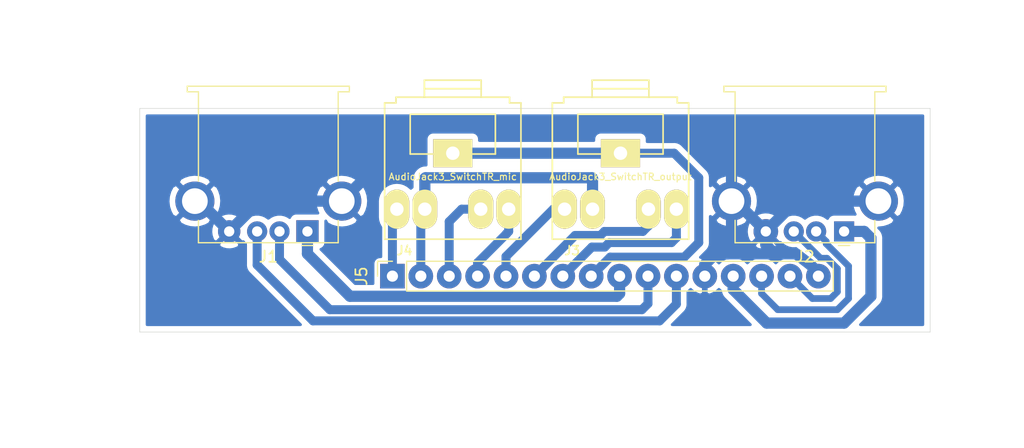
<source format=kicad_pcb>
(kicad_pcb (version 20171130) (host pcbnew 5.1.5)

  (general
    (thickness 1.6)
    (drawings 6)
    (tracks 102)
    (zones 0)
    (modules 5)
    (nets 16)
  )

  (page A4)
  (layers
    (0 F.Cu signal)
    (31 B.Cu signal)
    (32 B.Adhes user)
    (33 F.Adhes user)
    (34 B.Paste user)
    (35 F.Paste user)
    (36 B.SilkS user)
    (37 F.SilkS user)
    (38 B.Mask user)
    (39 F.Mask user)
    (40 Dwgs.User user)
    (41 Cmts.User user)
    (42 Eco1.User user)
    (43 Eco2.User user)
    (44 Edge.Cuts user)
    (45 Margin user)
    (46 B.CrtYd user)
    (47 F.CrtYd user)
    (48 B.Fab user hide)
    (49 F.Fab user hide)
  )

  (setup
    (last_trace_width 0.6)
    (user_trace_width 0.6)
    (user_trace_width 0.8)
    (user_trace_width 1)
    (trace_clearance 0.2)
    (zone_clearance 0.508)
    (zone_45_only no)
    (trace_min 0.2)
    (via_size 0.8)
    (via_drill 0.4)
    (via_min_size 0.4)
    (via_min_drill 0.3)
    (uvia_size 0.3)
    (uvia_drill 0.1)
    (uvias_allowed no)
    (uvia_min_size 0.2)
    (uvia_min_drill 0.1)
    (edge_width 0.05)
    (segment_width 0.2)
    (pcb_text_width 0.3)
    (pcb_text_size 1.5 1.5)
    (mod_edge_width 0.12)
    (mod_text_size 1 1)
    (mod_text_width 0.15)
    (pad_size 2.2 2.2)
    (pad_drill 1)
    (pad_to_mask_clearance 0.051)
    (solder_mask_min_width 0.25)
    (aux_axis_origin 0 0)
    (visible_elements 7FFFFFFF)
    (pcbplotparams
      (layerselection 0x010fc_ffffffff)
      (usegerberextensions false)
      (usegerberattributes false)
      (usegerberadvancedattributes false)
      (creategerberjobfile false)
      (excludeedgelayer true)
      (linewidth 0.100000)
      (plotframeref false)
      (viasonmask false)
      (mode 1)
      (useauxorigin false)
      (hpglpennumber 1)
      (hpglpenspeed 20)
      (hpglpendiameter 15.000000)
      (psnegative false)
      (psa4output false)
      (plotreference true)
      (plotvalue true)
      (plotinvisibletext false)
      (padsonsilk false)
      (subtractmaskfromsilk false)
      (outputformat 1)
      (mirror false)
      (drillshape 1)
      (scaleselection 1)
      (outputdirectory ""))
  )

  (net 0 "")
  (net 1 "Net-(J1-Pad3)")
  (net 2 "Net-(J1-Pad2)")
  (net 3 "Net-(J1-Pad1)")
  (net 4 "Net-(J2-Pad3)")
  (net 5 "Net-(J2-Pad2)")
  (net 6 "Net-(J2-Pad1)")
  (net 7 GND)
  (net 8 "Net-(J3-PadS)")
  (net 9 "Net-(J3-PadTN)")
  (net 10 "Net-(J3-PadRN)")
  (net 11 "Net-(J3-PadT)")
  (net 12 "Net-(J3-PadR)")
  (net 13 "Net-(J4-PadRN)")
  (net 14 "Net-(J4-PadT)")
  (net 15 "Net-(J4-PadR)")

  (net_class Default "Ceci est la Netclass par défaut."
    (clearance 0.2)
    (trace_width 0.25)
    (via_dia 0.8)
    (via_drill 0.4)
    (uvia_dia 0.3)
    (uvia_drill 0.1)
    (add_net GND)
    (add_net "Net-(J1-Pad1)")
    (add_net "Net-(J1-Pad2)")
    (add_net "Net-(J1-Pad3)")
    (add_net "Net-(J2-Pad1)")
    (add_net "Net-(J2-Pad2)")
    (add_net "Net-(J2-Pad3)")
    (add_net "Net-(J3-PadR)")
    (add_net "Net-(J3-PadRN)")
    (add_net "Net-(J3-PadS)")
    (add_net "Net-(J3-PadT)")
    (add_net "Net-(J3-PadTN)")
    (add_net "Net-(J4-PadR)")
    (add_net "Net-(J4-PadRN)")
    (add_net "Net-(J4-PadT)")
  )

  (module Connector_PinSocket_2.54mm:PinSocket_1x16_P2.54mm_Vertical (layer F.Cu) (tedit 5E185088) (tstamp 5DF6724D)
    (at 152.6 55 90)
    (descr "Through hole straight socket strip, 1x16, 2.54mm pitch, single row (from Kicad 4.0.7), script generated")
    (tags "Through hole socket strip THT 1x16 2.54mm single row")
    (path /5DF67616)
    (fp_text reference J5 (at 0 -2.77 90) (layer F.SilkS)
      (effects (font (size 1 1) (thickness 0.15)))
    )
    (fp_text value Conn_01x16 (at 0 40.87 90) (layer F.Fab)
      (effects (font (size 1 1) (thickness 0.15)))
    )
    (fp_text user %R (at 0 19.05) (layer F.Fab)
      (effects (font (size 1 1) (thickness 0.15)))
    )
    (fp_line (start -1.8 39.9) (end -1.8 -1.8) (layer F.CrtYd) (width 0.05))
    (fp_line (start 1.75 39.9) (end -1.8 39.9) (layer F.CrtYd) (width 0.05))
    (fp_line (start 1.75 -1.8) (end 1.75 39.9) (layer F.CrtYd) (width 0.05))
    (fp_line (start -1.8 -1.8) (end 1.75 -1.8) (layer F.CrtYd) (width 0.05))
    (fp_line (start 0 -1.33) (end 1.33 -1.33) (layer F.SilkS) (width 0.12))
    (fp_line (start 1.33 -1.33) (end 1.33 0) (layer F.SilkS) (width 0.12))
    (fp_line (start 1.33 1.27) (end 1.33 39.43) (layer F.SilkS) (width 0.12))
    (fp_line (start -1.33 39.43) (end 1.33 39.43) (layer F.SilkS) (width 0.12))
    (fp_line (start -1.33 1.27) (end -1.33 39.43) (layer F.SilkS) (width 0.12))
    (fp_line (start -1.33 1.27) (end 1.33 1.27) (layer F.SilkS) (width 0.12))
    (fp_line (start -1.27 39.37) (end -1.27 -1.27) (layer F.Fab) (width 0.1))
    (fp_line (start 1.27 39.37) (end -1.27 39.37) (layer F.Fab) (width 0.1))
    (fp_line (start 1.27 -0.635) (end 1.27 39.37) (layer F.Fab) (width 0.1))
    (fp_line (start 0.635 -1.27) (end 1.27 -0.635) (layer F.Fab) (width 0.1))
    (fp_line (start -1.27 -1.27) (end 0.635 -1.27) (layer F.Fab) (width 0.1))
    (pad 16 thru_hole oval (at 0 38.1 90) (size 2.2 2.2) (drill 1) (layers *.Cu *.Mask)
      (net 7 GND))
    (pad 15 thru_hole oval (at 0 35.56 90) (size 2.2 2.2) (drill 1) (layers *.Cu *.Mask)
      (net 4 "Net-(J2-Pad3)"))
    (pad 14 thru_hole oval (at 0 33.02 90) (size 2.2 2.2) (drill 1) (layers *.Cu *.Mask)
      (net 5 "Net-(J2-Pad2)"))
    (pad 13 thru_hole oval (at 0 30.48 90) (size 2.2 2.2) (drill 1) (layers *.Cu *.Mask)
      (net 6 "Net-(J2-Pad1)"))
    (pad 12 thru_hole oval (at 0 27.94 90) (size 2.2 2.2) (drill 1) (layers *.Cu *.Mask)
      (net 7 GND))
    (pad 11 thru_hole oval (at 0 25.4 90) (size 2.2 2.2) (drill 1) (layers *.Cu *.Mask)
      (net 1 "Net-(J1-Pad3)"))
    (pad 10 thru_hole oval (at 0 22.86 90) (size 2.2 2.2) (drill 1) (layers *.Cu *.Mask)
      (net 2 "Net-(J1-Pad2)"))
    (pad 9 thru_hole oval (at 0 20.32 90) (size 2.2 2.2) (drill 1) (layers *.Cu *.Mask)
      (net 3 "Net-(J1-Pad1)"))
    (pad 8 thru_hole oval (at 0 17.78 90) (size 2.2 2.2) (drill 1) (layers *.Cu *.Mask)
      (net 8 "Net-(J3-PadS)"))
    (pad 7 thru_hole oval (at 0 15.24 90) (size 2.2 2.2) (drill 1) (layers *.Cu *.Mask)
      (net 12 "Net-(J3-PadR)"))
    (pad 6 thru_hole oval (at 0 12.7 90) (size 2.2 2.2) (drill 1) (layers *.Cu *.Mask)
      (net 10 "Net-(J3-PadRN)"))
    (pad 5 thru_hole oval (at 0 10.16 90) (size 2.2 2.2) (drill 1) (layers *.Cu *.Mask)
      (net 11 "Net-(J3-PadT)"))
    (pad 4 thru_hole oval (at 0 7.62 90) (size 2.2 2.2) (drill 1) (layers *.Cu *.Mask)
      (net 15 "Net-(J4-PadR)"))
    (pad 3 thru_hole oval (at 0 5.08 90) (size 2.2 2.2) (drill 1) (layers *.Cu *.Mask)
      (net 13 "Net-(J4-PadRN)"))
    (pad 2 thru_hole oval (at 0 2.54 90) (size 2.2 2.2) (drill 1) (layers *.Cu *.Mask)
      (net 9 "Net-(J3-PadTN)"))
    (pad 1 thru_hole rect (at 0 0 90) (size 2.2 2.2) (drill 1) (layers *.Cu *.Mask)
      (net 14 "Net-(J4-PadT)"))
    (model ${KISYS3DMOD}/Connector_PinSocket_2.54mm.3dshapes/PinSocket_1x16_P2.54mm_Vertical.wrl
      (at (xyz 0 0 0))
      (scale (xyz 1 1 1))
      (rotate (xyz 0 0 0))
    )
  )

  (module audio-usb-front-board:Tayda_3.5mm_stereo_TRS_jack_A-853 (layer F.Cu) (tedit 5E184D34) (tstamp 5DF663B1)
    (at 158 45.6)
    (path /5DF65A2B)
    (fp_text reference J4 (at -4.318 7.112) (layer F.SilkS)
      (effects (font (size 0.8 0.8) (thickness 0.15)))
    )
    (fp_text value AudioJack3_SwitchTR_mic (at 0 0.508) (layer F.SilkS)
      (effects (font (size 0.6 0.6) (thickness 0.1)))
    )
    (fp_line (start 6.096 6.096) (end -6.096 6.096) (layer F.SilkS) (width 0.15))
    (fp_line (start 6.096 -6.096) (end 6.096 6.096) (layer F.SilkS) (width 0.15))
    (fp_line (start -6.096 6.096) (end -6.096 -6.096) (layer F.SilkS) (width 0.15))
    (fp_line (start -2.54 -8.128) (end 2.54 -8.128) (layer F.SilkS) (width 0.15))
    (fp_line (start 5.08 -6.604) (end 5.08 -6.096) (layer F.SilkS) (width 0.15))
    (fp_line (start -5.08 -6.604) (end 5.08 -6.604) (layer F.SilkS) (width 0.15))
    (fp_line (start -5.08 -6.35) (end -5.08 -6.604) (layer F.SilkS) (width 0.15))
    (fp_line (start -5.08 -6.096) (end -5.08 -6.35) (layer F.SilkS) (width 0.15))
    (fp_line (start -2.54 -7.366) (end 2.54 -7.366) (layer F.SilkS) (width 0.15))
    (fp_line (start 2.54 -6.604) (end 2.54 -8.128) (layer F.SilkS) (width 0.15))
    (fp_line (start -2.54 -8.128) (end -2.54 -6.604) (layer F.SilkS) (width 0.15))
    (fp_line (start 6.096 -6.096) (end 5.08 -6.096) (layer F.SilkS) (width 0.15))
    (fp_line (start -5.08 -6.096) (end -6.096 -6.096) (layer F.SilkS) (width 0.15))
    (fp_line (start 3.81 -1.524) (end 1.778 -1.524) (layer F.SilkS) (width 0.15))
    (fp_line (start 3.81 -5.08) (end 3.81 -1.524) (layer F.SilkS) (width 0.15))
    (fp_line (start -3.81 -5.08) (end 3.81 -5.08) (layer F.SilkS) (width 0.15))
    (fp_line (start -3.81 -1.524) (end -3.81 -5.08) (layer F.SilkS) (width 0.15))
    (fp_line (start -1.778 -1.524) (end -3.81 -1.524) (layer F.SilkS) (width 0.15))
    (pad TN thru_hole oval (at -2.5 3.41) (size 2.2 3.5) (drill 1.2) (layers *.Cu *.Mask F.SilkS)
      (net 9 "Net-(J3-PadTN)"))
    (pad RN thru_hole oval (at 2.5 3.41) (size 2.25 3.5) (drill 1.2) (layers *.Cu *.Mask F.SilkS)
      (net 13 "Net-(J4-PadRN)"))
    (pad T thru_hole oval (at -5 3.41) (size 2.2 3.5) (drill 1.2) (layers *.Cu *.Mask F.SilkS)
      (net 14 "Net-(J4-PadT)"))
    (pad R thru_hole oval (at 5 3.41) (size 2.2 3.5) (drill 1.2) (layers *.Cu *.Mask F.SilkS)
      (net 15 "Net-(J4-PadR)"))
    (pad S thru_hole rect (at 0 -1.596) (size 3.5 2.5) (drill 1.2) (layers *.Cu *.Mask F.SilkS)
      (net 8 "Net-(J3-PadS)"))
  )

  (module audio-usb-front-board:Tayda_3.5mm_stereo_TRS_jack_A-853 (layer F.Cu) (tedit 5E184D4D) (tstamp 5DF66396)
    (at 173 45.6)
    (path /5DF64A67)
    (fp_text reference J3 (at -4.318 7.112) (layer F.SilkS)
      (effects (font (size 0.8 0.8) (thickness 0.15)))
    )
    (fp_text value AudioJack3_SwitchTR_output (at 0 0.508) (layer F.SilkS)
      (effects (font (size 0.6 0.6) (thickness 0.1)))
    )
    (fp_line (start 6.096 6.096) (end -6.096 6.096) (layer F.SilkS) (width 0.15))
    (fp_line (start 6.096 -6.096) (end 6.096 6.096) (layer F.SilkS) (width 0.15))
    (fp_line (start -6.096 6.096) (end -6.096 -6.096) (layer F.SilkS) (width 0.15))
    (fp_line (start -2.54 -8.128) (end 2.54 -8.128) (layer F.SilkS) (width 0.15))
    (fp_line (start 5.08 -6.604) (end 5.08 -6.096) (layer F.SilkS) (width 0.15))
    (fp_line (start -5.08 -6.604) (end 5.08 -6.604) (layer F.SilkS) (width 0.15))
    (fp_line (start -5.08 -6.35) (end -5.08 -6.604) (layer F.SilkS) (width 0.15))
    (fp_line (start -5.08 -6.096) (end -5.08 -6.35) (layer F.SilkS) (width 0.15))
    (fp_line (start -2.54 -7.366) (end 2.54 -7.366) (layer F.SilkS) (width 0.15))
    (fp_line (start 2.54 -6.604) (end 2.54 -8.128) (layer F.SilkS) (width 0.15))
    (fp_line (start -2.54 -8.128) (end -2.54 -6.604) (layer F.SilkS) (width 0.15))
    (fp_line (start 6.096 -6.096) (end 5.08 -6.096) (layer F.SilkS) (width 0.15))
    (fp_line (start -5.08 -6.096) (end -6.096 -6.096) (layer F.SilkS) (width 0.15))
    (fp_line (start 3.81 -1.524) (end 1.778 -1.524) (layer F.SilkS) (width 0.15))
    (fp_line (start 3.81 -5.08) (end 3.81 -1.524) (layer F.SilkS) (width 0.15))
    (fp_line (start -3.81 -5.08) (end 3.81 -5.08) (layer F.SilkS) (width 0.15))
    (fp_line (start -3.81 -1.524) (end -3.81 -5.08) (layer F.SilkS) (width 0.15))
    (fp_line (start -1.778 -1.524) (end -3.81 -1.524) (layer F.SilkS) (width 0.15))
    (pad TN thru_hole oval (at -2.5 3.41) (size 2.2 3.5) (drill 1.2) (layers *.Cu *.Mask F.SilkS)
      (net 9 "Net-(J3-PadTN)"))
    (pad RN thru_hole oval (at 2.5 3.41) (size 2.2 3.5) (drill 1.2) (layers *.Cu *.Mask F.SilkS)
      (net 10 "Net-(J3-PadRN)"))
    (pad T thru_hole oval (at -5 3.41) (size 2.2 3.5) (drill 1.2) (layers *.Cu *.Mask F.SilkS)
      (net 11 "Net-(J3-PadT)"))
    (pad R thru_hole oval (at 5 3.41) (size 2.2 3.5) (drill 1.2) (layers *.Cu *.Mask F.SilkS)
      (net 12 "Net-(J3-PadR)"))
    (pad S thru_hole rect (at 0 -1.596) (size 3.5 2.5) (drill 1.2) (layers *.Cu *.Mask F.SilkS)
      (net 8 "Net-(J3-PadS)"))
  )

  (module Connector_USB:USB_A_Stewart_SS-52100-001_Horizontal (layer F.Cu) (tedit 5E185014) (tstamp 5DF6637B)
    (at 193 51 180)
    (descr "USB A connector https://belfuse.com/resources/drawings/stewartconnector/dr-stw-ss-52100-001.pdf")
    (tags "USB_A Female Connector receptacle")
    (path /5DF63095)
    (fp_text reference J2 (at 3.5 -2.26) (layer F.SilkS)
      (effects (font (size 1 1) (thickness 0.15)))
    )
    (fp_text value USB_A_left (at 3.5 14.49) (layer F.Fab)
      (effects (font (size 1 1) (thickness 0.15)))
    )
    (fp_line (start -5.15 1.99) (end -4.25 0.69) (layer F.CrtYd) (width 0.05))
    (fp_line (start -5.15 3.44) (end -5.15 1.99) (layer F.CrtYd) (width 0.05))
    (fp_line (start -3.25 4.74) (end -4.25 4.74) (layer F.CrtYd) (width 0.05))
    (fp_line (start -5.15 3.44) (end -4.25 4.74) (layer F.CrtYd) (width 0.05))
    (fp_line (start -3.25 0.69) (end -4.25 0.69) (layer F.CrtYd) (width 0.05))
    (fp_line (start 12.15 3.44) (end 11.25 4.74) (layer F.CrtYd) (width 0.05))
    (fp_line (start -3.25 0.69) (end -3.25 -1.51) (layer F.CrtYd) (width 0.05))
    (fp_line (start 10.25 -1.51) (end -3.25 -1.51) (layer F.CrtYd) (width 0.05))
    (fp_line (start 10.25 0.69) (end 10.25 -1.51) (layer F.CrtYd) (width 0.05))
    (fp_line (start 12.15 1.99) (end 12.15 3.44) (layer F.CrtYd) (width 0.05))
    (fp_line (start 10.25 0.69) (end 11.25 0.69) (layer F.CrtYd) (width 0.05))
    (fp_line (start 12.15 1.99) (end 11.25 0.69) (layer F.CrtYd) (width 0.05))
    (fp_line (start 10.75 12.49) (end 10.75 12.99) (layer F.Fab) (width 0.1))
    (fp_line (start 9.75 12.49) (end 10.75 12.49) (layer F.Fab) (width 0.1))
    (fp_line (start -3.75 12.49) (end -2.75 12.49) (layer F.Fab) (width 0.1))
    (fp_line (start -3.75 12.99) (end -3.75 12.49) (layer F.Fab) (width 0.1))
    (fp_line (start -3.75 12.99) (end 10.75 12.99) (layer F.Fab) (width 0.1))
    (fp_line (start -2.75 12.49) (end -2.75 -1.01) (layer F.Fab) (width 0.1))
    (fp_line (start -2.75 -1.01) (end 9.75 -1.01) (layer F.Fab) (width 0.1))
    (fp_line (start 9.75 12.49) (end 9.75 -1.01) (layer F.Fab) (width 0.1))
    (fp_text user %R (at 3.5 5.99) (layer F.Fab)
      (effects (font (size 1 1) (thickness 0.15)))
    )
    (fp_line (start -3.75 12.99) (end 10.75 12.99) (layer F.SilkS) (width 0.12))
    (fp_line (start 10.75 12.99) (end 10.75 12.49) (layer F.SilkS) (width 0.12))
    (fp_line (start 10.75 12.49) (end 9.75 12.49) (layer F.SilkS) (width 0.12))
    (fp_line (start 9.75 12.49) (end 9.75 4.49) (layer F.SilkS) (width 0.12))
    (fp_line (start 9.75 0.99) (end 9.75 -1.01) (layer F.SilkS) (width 0.12))
    (fp_line (start 9.75 -1.01) (end -2.75 -1.01) (layer F.SilkS) (width 0.12))
    (fp_line (start -2.75 -1.01) (end -2.75 0.99) (layer F.SilkS) (width 0.12))
    (fp_line (start -2.75 4.49) (end -2.75 12.49) (layer F.SilkS) (width 0.12))
    (fp_line (start -2.75 12.49) (end -3.75 12.49) (layer F.SilkS) (width 0.12))
    (fp_line (start -3.75 12.49) (end -3.75 12.99) (layer F.SilkS) (width 0.12))
    (fp_line (start -0.5 -1.26) (end 0.5 -1.26) (layer F.SilkS) (width 0.12))
    (fp_line (start -0.25 -1.01) (end 0 -0.76) (layer F.Fab) (width 0.1))
    (fp_line (start 0 -0.76) (end 0.25 -1.01) (layer F.Fab) (width 0.1))
    (fp_line (start -3.25 4.74) (end -3.25 11.99) (layer F.CrtYd) (width 0.05))
    (fp_line (start -3.25 11.99) (end -4.25 11.99) (layer F.CrtYd) (width 0.05))
    (fp_line (start -4.25 11.99) (end -4.25 13.49) (layer F.CrtYd) (width 0.05))
    (fp_line (start -4.25 13.49) (end 11.25 13.49) (layer F.CrtYd) (width 0.05))
    (fp_line (start 11.25 13.49) (end 11.25 11.99) (layer F.CrtYd) (width 0.05))
    (fp_line (start 11.25 11.99) (end 10.25 11.99) (layer F.CrtYd) (width 0.05))
    (fp_line (start 10.25 11.99) (end 10.25 4.74) (layer F.CrtYd) (width 0.05))
    (fp_line (start 10.25 4.74) (end 11.25 4.74) (layer F.CrtYd) (width 0.05))
    (pad 4 thru_hole circle (at 7 0 180) (size 2.2 2.2) (drill 0.92) (layers *.Cu *.Mask)
      (net 7 GND))
    (pad 3 thru_hole circle (at 4.5 0 180) (size 1.8 1.8) (drill 0.92) (layers *.Cu *.Mask)
      (net 4 "Net-(J2-Pad3)"))
    (pad 2 thru_hole circle (at 2.5 0 180) (size 1.8 1.8) (drill 0.92) (layers *.Cu *.Mask)
      (net 5 "Net-(J2-Pad2)"))
    (pad 1 thru_hole rect (at 0 0 180) (size 1.8 1.8) (drill 0.92) (layers *.Cu *.Mask)
      (net 6 "Net-(J2-Pad1)"))
    (pad 5 thru_hole circle (at -3.07 2.71 180) (size 3.5 3.5) (drill 2.3) (layers *.Cu *.Mask)
      (net 7 GND))
    (pad 5 thru_hole circle (at 10.07 2.71 180) (size 3.5 3.5) (drill 2.3) (layers *.Cu *.Mask)
      (net 7 GND))
    (model ${KISYS3DMOD}/Connector_USB.3dshapes/USB_A_Stewart_SS-52100-001_Horizontal.wrl
      (at (xyz 0 0 0))
      (scale (xyz 1 1 1))
      (rotate (xyz 0 0 0))
    )
  )

  (module Connector_USB:USB_A_Stewart_SS-52100-001_Horizontal (layer F.Cu) (tedit 5E184CD1) (tstamp 5DF66347)
    (at 145 51 180)
    (descr "USB A connector https://belfuse.com/resources/drawings/stewartconnector/dr-stw-ss-52100-001.pdf")
    (tags "USB_A Female Connector receptacle")
    (path /5DF60BE1)
    (fp_text reference J1 (at 3.5 -2.26) (layer F.SilkS)
      (effects (font (size 1 1) (thickness 0.15)))
    )
    (fp_text value USB_A_right (at 3.5 14.49) (layer F.Fab)
      (effects (font (size 1 1) (thickness 0.15)))
    )
    (fp_line (start -5.15 1.99) (end -4.25 0.69) (layer F.CrtYd) (width 0.05))
    (fp_line (start -5.15 3.44) (end -5.15 1.99) (layer F.CrtYd) (width 0.05))
    (fp_line (start -3.25 4.74) (end -4.25 4.74) (layer F.CrtYd) (width 0.05))
    (fp_line (start -5.15 3.44) (end -4.25 4.74) (layer F.CrtYd) (width 0.05))
    (fp_line (start -3.25 0.69) (end -4.25 0.69) (layer F.CrtYd) (width 0.05))
    (fp_line (start 12.15 3.44) (end 11.25 4.74) (layer F.CrtYd) (width 0.05))
    (fp_line (start -3.25 0.69) (end -3.25 -1.51) (layer F.CrtYd) (width 0.05))
    (fp_line (start 10.25 -1.51) (end -3.25 -1.51) (layer F.CrtYd) (width 0.05))
    (fp_line (start 10.25 0.69) (end 10.25 -1.51) (layer F.CrtYd) (width 0.05))
    (fp_line (start 12.15 1.99) (end 12.15 3.44) (layer F.CrtYd) (width 0.05))
    (fp_line (start 10.25 0.69) (end 11.25 0.69) (layer F.CrtYd) (width 0.05))
    (fp_line (start 12.15 1.99) (end 11.25 0.69) (layer F.CrtYd) (width 0.05))
    (fp_line (start 10.75 12.49) (end 10.75 12.99) (layer F.Fab) (width 0.1))
    (fp_line (start 9.75 12.49) (end 10.75 12.49) (layer F.Fab) (width 0.1))
    (fp_line (start -3.75 12.49) (end -2.75 12.49) (layer F.Fab) (width 0.1))
    (fp_line (start -3.75 12.99) (end -3.75 12.49) (layer F.Fab) (width 0.1))
    (fp_line (start -3.75 12.99) (end 10.75 12.99) (layer F.Fab) (width 0.1))
    (fp_line (start -2.75 12.49) (end -2.75 -1.01) (layer F.Fab) (width 0.1))
    (fp_line (start -2.75 -1.01) (end 9.75 -1.01) (layer F.Fab) (width 0.1))
    (fp_line (start 9.75 12.49) (end 9.75 -1.01) (layer F.Fab) (width 0.1))
    (fp_text user %R (at 3.5 5.99) (layer F.Fab)
      (effects (font (size 1 1) (thickness 0.15)))
    )
    (fp_line (start -3.75 12.99) (end 10.75 12.99) (layer F.SilkS) (width 0.12))
    (fp_line (start 10.75 12.99) (end 10.75 12.49) (layer F.SilkS) (width 0.12))
    (fp_line (start 10.75 12.49) (end 9.75 12.49) (layer F.SilkS) (width 0.12))
    (fp_line (start 9.75 12.49) (end 9.75 4.49) (layer F.SilkS) (width 0.12))
    (fp_line (start 9.75 0.99) (end 9.75 -1.01) (layer F.SilkS) (width 0.12))
    (fp_line (start 9.75 -1.01) (end -2.75 -1.01) (layer F.SilkS) (width 0.12))
    (fp_line (start -2.75 -1.01) (end -2.75 0.99) (layer F.SilkS) (width 0.12))
    (fp_line (start -2.75 4.49) (end -2.75 12.49) (layer F.SilkS) (width 0.12))
    (fp_line (start -2.75 12.49) (end -3.75 12.49) (layer F.SilkS) (width 0.12))
    (fp_line (start -3.75 12.49) (end -3.75 12.99) (layer F.SilkS) (width 0.12))
    (fp_line (start -0.5 -1.26) (end 0.5 -1.26) (layer F.SilkS) (width 0.12))
    (fp_line (start -0.25 -1.01) (end 0 -0.76) (layer F.Fab) (width 0.1))
    (fp_line (start 0 -0.76) (end 0.25 -1.01) (layer F.Fab) (width 0.1))
    (fp_line (start -3.25 4.74) (end -3.25 11.99) (layer F.CrtYd) (width 0.05))
    (fp_line (start -3.25 11.99) (end -4.25 11.99) (layer F.CrtYd) (width 0.05))
    (fp_line (start -4.25 11.99) (end -4.25 13.49) (layer F.CrtYd) (width 0.05))
    (fp_line (start -4.25 13.49) (end 11.25 13.49) (layer F.CrtYd) (width 0.05))
    (fp_line (start 11.25 13.49) (end 11.25 11.99) (layer F.CrtYd) (width 0.05))
    (fp_line (start 11.25 11.99) (end 10.25 11.99) (layer F.CrtYd) (width 0.05))
    (fp_line (start 10.25 11.99) (end 10.25 4.74) (layer F.CrtYd) (width 0.05))
    (fp_line (start 10.25 4.74) (end 11.25 4.74) (layer F.CrtYd) (width 0.05))
    (pad 4 thru_hole circle (at 7 0 180) (size 2 2) (drill 0.92) (layers *.Cu *.Mask)
      (net 7 GND))
    (pad 3 thru_hole circle (at 4.5 0 180) (size 1.8 1.8) (drill 0.92) (layers *.Cu *.Mask)
      (net 1 "Net-(J1-Pad3)"))
    (pad 2 thru_hole circle (at 2.5 0 180) (size 1.8 1.8) (drill 0.92) (layers *.Cu *.Mask)
      (net 2 "Net-(J1-Pad2)"))
    (pad 1 thru_hole rect (at 0 0 180) (size 2 2) (drill 0.92) (layers *.Cu *.Mask)
      (net 3 "Net-(J1-Pad1)"))
    (pad 5 thru_hole circle (at -3.07 2.71 180) (size 3.5 3.5) (drill 2.3) (layers *.Cu *.Mask)
      (net 7 GND))
    (pad 5 thru_hole circle (at 10.07 2.71 180) (size 3.5 3.5) (drill 2.3) (layers *.Cu *.Mask)
      (net 7 GND))
    (model ${KISYS3DMOD}/Connector_USB.3dshapes/USB_A_Stewart_SS-52100-001_Horizontal.wrl
      (at (xyz 0 0 0))
      (scale (xyz 1 1 1))
      (rotate (xyz 0 0 0))
    )
  )

  (dimension 15 (width 0.15) (layer Dwgs.User)
    (gr_text "15,000 mm" (at 165.5 35.5) (layer Dwgs.User)
      (effects (font (size 1 1) (thickness 0.15)))
    )
    (feature1 (pts (xy 173 40) (xy 173 36.213579)))
    (feature2 (pts (xy 158 40) (xy 158 36.213579)))
    (crossbar (pts (xy 158 36.8) (xy 173 36.8)))
    (arrow1a (pts (xy 173 36.8) (xy 171.873496 37.386421)))
    (arrow1b (pts (xy 173 36.8) (xy 171.873496 36.213579)))
    (arrow2a (pts (xy 158 36.8) (xy 159.126504 37.386421)))
    (arrow2b (pts (xy 158 36.8) (xy 159.126504 36.213579)))
  )
  (dimension 28 (width 0.15) (layer Dwgs.User)
    (gr_text "28,000 mm" (at 144 35.5) (layer Dwgs.User)
      (effects (font (size 1 1) (thickness 0.15)))
    )
    (feature1 (pts (xy 158 40) (xy 158 36.213579)))
    (feature2 (pts (xy 130 40) (xy 130 36.213579)))
    (crossbar (pts (xy 130 36.8) (xy 158 36.8)))
    (arrow1a (pts (xy 158 36.8) (xy 156.873496 37.386421)))
    (arrow1b (pts (xy 158 36.8) (xy 156.873496 36.213579)))
    (arrow2a (pts (xy 130 36.8) (xy 131.126504 37.386421)))
    (arrow2b (pts (xy 130 36.8) (xy 131.126504 36.213579)))
  )
  (gr_line (start 130 60) (end 130 40) (layer Edge.Cuts) (width 0.05) (tstamp 5DF6644D))
  (gr_line (start 200.7 60) (end 130 60) (layer Edge.Cuts) (width 0.05))
  (gr_line (start 200.7 40) (end 200.7 60) (layer Edge.Cuts) (width 0.05))
  (gr_line (start 130 40) (end 200.7 40) (layer Edge.Cuts) (width 0.05))

  (segment (start 178 55) (end 178 57.5) (width 0.8) (layer B.Cu) (net 1))
  (segment (start 178 57.5) (end 176.5 59) (width 0.8) (layer B.Cu) (net 1))
  (segment (start 176.5 59) (end 145.5 59) (width 0.8) (layer B.Cu) (net 1))
  (segment (start 140.5 54) (end 140.5 51) (width 0.8) (layer B.Cu) (net 1))
  (segment (start 145.5 59) (end 140.5 54) (width 0.8) (layer B.Cu) (net 1))
  (segment (start 175.46 55) (end 175.46 57.46) (width 0.8) (layer B.Cu) (net 2))
  (segment (start 175.46 57.46) (end 174.92 58) (width 0.8) (layer B.Cu) (net 2))
  (segment (start 174.92 58) (end 147 58) (width 0.8) (layer B.Cu) (net 2))
  (segment (start 142.5 53.5) (end 142.5 51) (width 0.8) (layer B.Cu) (net 2))
  (segment (start 147 58) (end 142.5 53.5) (width 0.8) (layer B.Cu) (net 2))
  (segment (start 172.92 55) (end 172.92 55.12) (width 0.8) (layer B.Cu) (net 3))
  (segment (start 145 53) (end 148.800001 56.800001) (width 1) (layer B.Cu) (net 3))
  (segment (start 145 51) (end 145 53) (width 1) (layer B.Cu) (net 3))
  (segment (start 172.92 56.555634) (end 172.92 55) (width 1) (layer B.Cu) (net 3))
  (segment (start 172.675633 56.800001) (end 172.92 56.555634) (width 1) (layer B.Cu) (net 3))
  (segment (start 148.800001 56.800001) (end 172.675633 56.800001) (width 1) (layer B.Cu) (net 3))
  (segment (start 188.5 51) (end 190.899999 53.399999) (width 0.6) (layer B.Cu) (net 4))
  (segment (start 190.16 57) (end 188.16 55) (width 0.6) (layer B.Cu) (net 4))
  (segment (start 190.899999 53.399999) (end 191.468001 53.399999) (width 0.6) (layer B.Cu) (net 4))
  (segment (start 192.4 54.331998) (end 192.4 56.4) (width 0.6) (layer B.Cu) (net 4))
  (segment (start 191.468001 53.399999) (end 192.4 54.331998) (width 0.6) (layer B.Cu) (net 4))
  (segment (start 191.8 57) (end 190.16 57) (width 0.6) (layer B.Cu) (net 4))
  (segment (start 192.4 56.4) (end 191.8 57) (width 0.6) (layer B.Cu) (net 4))
  (segment (start 187.064366 58) (end 192.4 58) (width 0.6) (layer B.Cu) (net 5))
  (segment (start 185.62 56.555634) (end 187.064366 58) (width 0.6) (layer B.Cu) (net 5))
  (segment (start 185.62 55) (end 185.62 56.555634) (width 0.6) (layer B.Cu) (net 5))
  (segment (start 193.4 57) (end 192.4 58) (width 0.6) (layer B.Cu) (net 5))
  (segment (start 193.4 54.100002) (end 193.4 57) (width 0.6) (layer B.Cu) (net 5))
  (segment (start 191.399999 52.100001) (end 193.4 54.100002) (width 0.6) (layer B.Cu) (net 5))
  (segment (start 191.399999 51.899999) (end 191.399999 52.100001) (width 0.6) (layer B.Cu) (net 5))
  (segment (start 190.5 51) (end 191.399999 51.899999) (width 0.6) (layer B.Cu) (net 5))
  (segment (start 183.08 56.202081) (end 186.077919 59.2) (width 1) (layer B.Cu) (net 6))
  (segment (start 183.08 55) (end 183.08 56.202081) (width 1) (layer B.Cu) (net 6))
  (segment (start 186.077919 59.2) (end 193 59.2) (width 1) (layer B.Cu) (net 6))
  (segment (start 194.8 51) (end 195.4 51.6) (width 1) (layer B.Cu) (net 6))
  (segment (start 193 51) (end 194.8 51) (width 1) (layer B.Cu) (net 6))
  (segment (start 195.4 56.8) (end 193 59.2) (width 1) (layer B.Cu) (net 6))
  (segment (start 195.4 51.6) (end 195.4 56.8) (width 1) (layer B.Cu) (net 6))
  (segment (start 135.29 48.29) (end 138 51) (width 1) (layer B.Cu) (net 7))
  (segment (start 134.93 48.29) (end 135.29 48.29) (width 1) (layer B.Cu) (net 7))
  (segment (start 140.71 48.29) (end 138 51) (width 1) (layer B.Cu) (net 7))
  (segment (start 148.07 48.29) (end 140.71 48.29) (width 1) (layer B.Cu) (net 7))
  (segment (start 148.07 48.29) (end 154.96 41.4) (width 1) (layer B.Cu) (net 7))
  (segment (start 154.96 41.4) (end 180.8 41.4) (width 1) (layer B.Cu) (net 7))
  (segment (start 182.93 43.53) (end 182.93 48.29) (width 1) (layer B.Cu) (net 7))
  (segment (start 180.8 41.4) (end 182.93 43.53) (width 1) (layer B.Cu) (net 7))
  (segment (start 188.71 48.29) (end 196.07 48.29) (width 1) (layer B.Cu) (net 7))
  (segment (start 186 51) (end 188.71 48.29) (width 1) (layer B.Cu) (net 7))
  (segment (start 183.29 48.29) (end 186 51) (width 1) (layer B.Cu) (net 7))
  (segment (start 182.93 48.29) (end 183.29 48.29) (width 1) (layer B.Cu) (net 7))
  (segment (start 182.93 52.61) (end 182.54 53) (width 1) (layer B.Cu) (net 7))
  (segment (start 182.93 48.29) (end 182.93 52.61) (width 1) (layer B.Cu) (net 7))
  (segment (start 186 52.2) (end 186.8 53) (width 1) (layer B.Cu) (net 7))
  (segment (start 186 51) (end 186 52.2) (width 1) (layer B.Cu) (net 7))
  (segment (start 182.54 53) (end 186.8 53) (width 1) (layer B.Cu) (net 7))
  (segment (start 186.8 53) (end 188.7 53) (width 1) (layer B.Cu) (net 7))
  (segment (start 190.7 54.7) (end 190 54) (width 1) (layer B.Cu) (net 7))
  (segment (start 190.7 55) (end 190.7 54.7) (width 1) (layer B.Cu) (net 7))
  (segment (start 188.7 53) (end 190 54) (width 1) (layer B.Cu) (net 7))
  (segment (start 180.54 55) (end 180.54 53.96) (width 1) (layer B.Cu) (net 7))
  (segment (start 181.5 53) (end 182.54 53) (width 1) (layer B.Cu) (net 7))
  (segment (start 180.54 53.96) (end 181.5 53) (width 1) (layer B.Cu) (net 7))
  (segment (start 173 44.004) (end 158 44.004) (width 1) (layer B.Cu) (net 8))
  (segment (start 170.38 55) (end 172.080001 53.299999) (width 0.8) (layer B.Cu) (net 8))
  (segment (start 172.080001 53.299999) (end 178.700001 53.299999) (width 0.8) (layer B.Cu) (net 8))
  (segment (start 178.700001 53.299999) (end 180 52) (width 0.8) (layer B.Cu) (net 8))
  (segment (start 177.804 44.004) (end 173 44.004) (width 0.8) (layer B.Cu) (net 8))
  (segment (start 180 46.2) (end 177.804 44.004) (width 0.8) (layer B.Cu) (net 8))
  (segment (start 180 52) (end 180 46.2) (width 0.8) (layer B.Cu) (net 8))
  (segment (start 170.5 46.26) (end 170.44 46.2) (width 1) (layer B.Cu) (net 9))
  (segment (start 170.5 49.01) (end 170.5 46.26) (width 1) (layer B.Cu) (net 9))
  (segment (start 155.5 46.26) (end 155.5 49.01) (width 1) (layer B.Cu) (net 9))
  (segment (start 155.56 46.2) (end 155.5 46.26) (width 1) (layer B.Cu) (net 9))
  (segment (start 170.44 46.2) (end 155.56 46.2) (width 1) (layer B.Cu) (net 9))
  (segment (start 155.14 49.37) (end 155.5 49.01) (width 0.8) (layer B.Cu) (net 9))
  (segment (start 155.14 55) (end 155.14 49.37) (width 0.8) (layer B.Cu) (net 9))
  (segment (start 175.5 49.01) (end 175.5 50.5) (width 0.8) (layer B.Cu) (net 10))
  (segment (start 175.5 50.5) (end 175 51) (width 0.8) (layer B.Cu) (net 10))
  (segment (start 168.93999 51.36001) (end 171.204167 51.36001) (width 0.8) (layer B.Cu) (net 10))
  (segment (start 165.3 55) (end 168.93999 51.36001) (width 0.8) (layer B.Cu) (net 10))
  (segment (start 171.564177 51) (end 171.204167 51.36001) (width 0.8) (layer B.Cu) (net 10))
  (segment (start 175 51) (end 171.564177 51) (width 0.8) (layer B.Cu) (net 10))
  (segment (start 167.547919 49.01) (end 168 49.01) (width 0.8) (layer B.Cu) (net 11))
  (segment (start 162.76 53.24) (end 167 49) (width 0.8) (layer B.Cu) (net 11))
  (segment (start 167 49) (end 167.547919 49.01) (width 0.8) (layer B.Cu) (net 11))
  (segment (start 162.76 55) (end 162.76 53.24) (width 0.8) (layer B.Cu) (net 11))
  (segment (start 178 51.56) (end 178 49.01) (width 0.8) (layer B.Cu) (net 12))
  (segment (start 177.56 52) (end 178 51.56) (width 0.8) (layer B.Cu) (net 12))
  (segment (start 171.58978 52.399989) (end 171.989769 52) (width 0.8) (layer B.Cu) (net 12))
  (segment (start 171.989769 52) (end 177.56 52) (width 0.8) (layer B.Cu) (net 12))
  (segment (start 170.440011 52.399989) (end 171.58978 52.399989) (width 0.8) (layer B.Cu) (net 12))
  (segment (start 167.84 55) (end 170.440011 52.399989) (width 0.8) (layer B.Cu) (net 12))
  (segment (start 157.68 55) (end 157.68 50.12) (width 0.8) (layer B.Cu) (net 13))
  (segment (start 158.79 49.01) (end 160.5 49.01) (width 0.8) (layer B.Cu) (net 13))
  (segment (start 157.68 50.12) (end 158.79 49.01) (width 0.8) (layer B.Cu) (net 13))
  (segment (start 152.6 49.41) (end 153 49.01) (width 0.8) (layer B.Cu) (net 14))
  (segment (start 152.6 55) (end 152.6 49.41) (width 0.8) (layer B.Cu) (net 14))
  (segment (start 160.22 53.797919) (end 162.817919 51.2) (width 0.8) (layer B.Cu) (net 15))
  (segment (start 160.22 55) (end 160.22 53.797919) (width 0.8) (layer B.Cu) (net 15))
  (segment (start 163 51) (end 162.8 51.2) (width 0.8) (layer B.Cu) (net 15))
  (segment (start 163 49.01) (end 163 51) (width 0.8) (layer B.Cu) (net 15))
  (segment (start 162.817919 51.2) (end 162.8 51.2) (width 0.8) (layer B.Cu) (net 15))

  (zone (net 7) (net_name GND) (layer B.Cu) (tstamp 0) (hatch edge 0.508)
    (connect_pads (clearance 0.508))
    (min_thickness 0.254)
    (fill yes (arc_segments 32) (thermal_gap 0.508) (thermal_bridge_width 0.508))
    (polygon
      (pts
        (xy 208.6 31.8) (xy 209.1 69.3) (xy 117.5 70.4) (xy 119 30.3)
      )
    )
    (filled_polygon
      (pts
        (xy 200.040001 59.34) (xy 194.465132 59.34) (xy 196.163146 57.641987) (xy 196.206449 57.606449) (xy 196.275779 57.521971)
        (xy 196.348284 57.433623) (xy 196.453676 57.236447) (xy 196.518577 57.022499) (xy 196.540491 56.8) (xy 196.535 56.744248)
        (xy 196.535 51.655751) (xy 196.540491 51.599999) (xy 196.518577 51.3775) (xy 196.496309 51.304093) (xy 196.453676 51.163553)
        (xy 196.348284 50.966377) (xy 196.206449 50.793551) (xy 196.163135 50.758004) (xy 196.090381 50.68525) (xy 196.102946 50.686313)
        (xy 196.569811 50.633842) (xy 197.017468 50.491297) (xy 197.373927 50.300766) (xy 197.560003 49.959609) (xy 196.07 48.469605)
        (xy 196.055858 48.483748) (xy 195.876252 48.304142) (xy 195.890395 48.29) (xy 196.249605 48.29) (xy 197.739609 49.780003)
        (xy 198.080766 49.593927) (xy 198.296513 49.176591) (xy 198.426696 48.725185) (xy 198.466313 48.257054) (xy 198.413842 47.790189)
        (xy 198.271297 47.342532) (xy 198.080766 46.986073) (xy 197.739609 46.799997) (xy 196.249605 48.29) (xy 195.890395 48.29)
        (xy 194.400391 46.799997) (xy 194.059234 46.986073) (xy 193.843487 47.403409) (xy 193.713304 47.854815) (xy 193.673687 48.322946)
        (xy 193.726158 48.789811) (xy 193.868703 49.237468) (xy 193.993607 49.471147) (xy 193.9 49.461928) (xy 192.1 49.461928)
        (xy 191.975518 49.474188) (xy 191.85582 49.510498) (xy 191.745506 49.569463) (xy 191.648815 49.648815) (xy 191.569463 49.745506)
        (xy 191.51612 49.845303) (xy 191.478505 49.807688) (xy 191.227095 49.639701) (xy 190.947743 49.523989) (xy 190.651184 49.465)
        (xy 190.348816 49.465) (xy 190.052257 49.523989) (xy 189.772905 49.639701) (xy 189.521495 49.807688) (xy 189.5 49.829183)
        (xy 189.478505 49.807688) (xy 189.227095 49.639701) (xy 188.947743 49.523989) (xy 188.651184 49.465) (xy 188.348816 49.465)
        (xy 188.052257 49.523989) (xy 187.772905 49.639701) (xy 187.521495 49.807688) (xy 187.314117 50.015066) (xy 187.206712 49.972893)
        (xy 186.179605 51) (xy 187.206712 52.027107) (xy 187.314117 51.984934) (xy 187.521495 52.192312) (xy 187.772905 52.360299)
        (xy 188.052257 52.476011) (xy 188.348816 52.535) (xy 188.651184 52.535) (xy 188.702503 52.524792) (xy 189.738942 53.561231)
        (xy 189.515573 53.732178) (xy 189.43616 53.822499) (xy 189.265998 53.652337) (xy 188.981831 53.462463) (xy 188.666081 53.331675)
        (xy 188.330883 53.265) (xy 187.989117 53.265) (xy 187.653919 53.331675) (xy 187.338169 53.462463) (xy 187.054002 53.652337)
        (xy 186.89 53.816339) (xy 186.725998 53.652337) (xy 186.441831 53.462463) (xy 186.126081 53.331675) (xy 185.790883 53.265)
        (xy 185.449117 53.265) (xy 185.113919 53.331675) (xy 184.798169 53.462463) (xy 184.514002 53.652337) (xy 184.35 53.816339)
        (xy 184.185998 53.652337) (xy 183.901831 53.462463) (xy 183.586081 53.331675) (xy 183.250883 53.265) (xy 182.909117 53.265)
        (xy 182.573919 53.331675) (xy 182.258169 53.462463) (xy 181.974002 53.652337) (xy 181.80384 53.822499) (xy 181.724427 53.732178)
        (xy 181.454329 53.525469) (xy 181.149094 53.375425) (xy 180.936122 53.310825) (xy 180.667 53.428875) (xy 180.667 54.873)
        (xy 180.687 54.873) (xy 180.687 55.127) (xy 180.667 55.127) (xy 180.667 56.571125) (xy 180.936122 56.689175)
        (xy 181.149094 56.624575) (xy 181.454329 56.474531) (xy 181.724427 56.267822) (xy 181.80384 56.177501) (xy 181.951646 56.325307)
        (xy 181.961423 56.42458) (xy 182.026324 56.638528) (xy 182.131717 56.835704) (xy 182.273552 57.00853) (xy 182.31686 57.044072)
        (xy 184.612786 59.34) (xy 177.62371 59.34) (xy 178.695908 58.267803) (xy 178.735396 58.235396) (xy 178.778157 58.183292)
        (xy 178.864734 58.077798) (xy 178.94106 57.935) (xy 178.960841 57.897993) (xy 179.020024 57.702895) (xy 179.035 57.550838)
        (xy 179.035 57.550829) (xy 179.040006 57.500001) (xy 179.035 57.449173) (xy 179.035 56.395102) (xy 179.105998 56.347663)
        (xy 179.27616 56.177501) (xy 179.355573 56.267822) (xy 179.625671 56.474531) (xy 179.930906 56.624575) (xy 180.143878 56.689175)
        (xy 180.413 56.571125) (xy 180.413 55.127) (xy 180.393 55.127) (xy 180.393 54.873) (xy 180.413 54.873)
        (xy 180.413 53.428875) (xy 180.150139 53.313571) (xy 180.695908 52.767803) (xy 180.735396 52.735396) (xy 180.802463 52.653675)
        (xy 180.864734 52.577798) (xy 180.940918 52.435266) (xy 180.960841 52.397993) (xy 181.018866 52.206712) (xy 184.972893 52.206712)
        (xy 185.080726 52.481338) (xy 185.387384 52.632216) (xy 185.717585 52.720369) (xy 186.058639 52.742409) (xy 186.397439 52.697489)
        (xy 186.720966 52.587336) (xy 186.919274 52.481338) (xy 187.027107 52.206712) (xy 186 51.179605) (xy 184.972893 52.206712)
        (xy 181.018866 52.206712) (xy 181.020024 52.202895) (xy 181.035 52.050838) (xy 181.035 52.050829) (xy 181.040006 52.000001)
        (xy 181.035 51.949173) (xy 181.035 51.058639) (xy 184.257591 51.058639) (xy 184.302511 51.397439) (xy 184.412664 51.720966)
        (xy 184.518662 51.919274) (xy 184.793288 52.027107) (xy 185.820395 51) (xy 184.793288 49.972893) (xy 184.518662 50.080726)
        (xy 184.367784 50.387384) (xy 184.279631 50.717585) (xy 184.257591 51.058639) (xy 181.035 51.058639) (xy 181.035 49.959609)
        (xy 181.439997 49.959609) (xy 181.626073 50.300766) (xy 182.043409 50.516513) (xy 182.494815 50.646696) (xy 182.962946 50.686313)
        (xy 183.429811 50.633842) (xy 183.877468 50.491297) (xy 184.233927 50.300766) (xy 184.420003 49.959609) (xy 184.253683 49.793288)
        (xy 184.972893 49.793288) (xy 186 50.820395) (xy 187.027107 49.793288) (xy 186.919274 49.518662) (xy 186.612616 49.367784)
        (xy 186.282415 49.279631) (xy 185.941361 49.257591) (xy 185.602561 49.302511) (xy 185.279034 49.412664) (xy 185.080726 49.518662)
        (xy 184.972893 49.793288) (xy 184.253683 49.793288) (xy 182.93 48.469605) (xy 181.439997 49.959609) (xy 181.035 49.959609)
        (xy 181.035 49.657069) (xy 181.260391 49.780003) (xy 182.750395 48.29) (xy 183.109605 48.29) (xy 184.599609 49.780003)
        (xy 184.940766 49.593927) (xy 185.156513 49.176591) (xy 185.286696 48.725185) (xy 185.326313 48.257054) (xy 185.273842 47.790189)
        (xy 185.131297 47.342532) (xy 184.940766 46.986073) (xy 184.599609 46.799997) (xy 183.109605 48.29) (xy 182.750395 48.29)
        (xy 181.260391 46.799997) (xy 181.035 46.922931) (xy 181.035 46.620391) (xy 181.439997 46.620391) (xy 182.93 48.110395)
        (xy 184.420003 46.620391) (xy 194.579997 46.620391) (xy 196.07 48.110395) (xy 197.560003 46.620391) (xy 197.373927 46.279234)
        (xy 196.956591 46.063487) (xy 196.505185 45.933304) (xy 196.037054 45.893687) (xy 195.570189 45.946158) (xy 195.122532 46.088703)
        (xy 194.766073 46.279234) (xy 194.579997 46.620391) (xy 184.420003 46.620391) (xy 184.233927 46.279234) (xy 183.816591 46.063487)
        (xy 183.365185 45.933304) (xy 182.897054 45.893687) (xy 182.430189 45.946158) (xy 181.982532 46.088703) (xy 181.626073 46.279234)
        (xy 181.439997 46.620391) (xy 181.035 46.620391) (xy 181.035 46.250835) (xy 181.040007 46.2) (xy 181.029045 46.088703)
        (xy 181.020024 45.997105) (xy 180.960841 45.802007) (xy 180.866966 45.626378) (xy 180.864734 45.622202) (xy 180.767803 45.504092)
        (xy 180.735396 45.464604) (xy 180.695908 45.432197) (xy 178.571807 43.308097) (xy 178.539396 43.268604) (xy 178.381797 43.139266)
        (xy 178.201993 43.043159) (xy 178.006895 42.983976) (xy 177.854838 42.969) (xy 177.854828 42.969) (xy 177.804 42.963994)
        (xy 177.753172 42.969) (xy 175.388072 42.969) (xy 175.388072 42.754) (xy 175.375812 42.629518) (xy 175.339502 42.50982)
        (xy 175.280537 42.399506) (xy 175.201185 42.302815) (xy 175.104494 42.223463) (xy 174.99418 42.164498) (xy 174.874482 42.128188)
        (xy 174.75 42.115928) (xy 171.25 42.115928) (xy 171.125518 42.128188) (xy 171.00582 42.164498) (xy 170.895506 42.223463)
        (xy 170.798815 42.302815) (xy 170.719463 42.399506) (xy 170.660498 42.50982) (xy 170.624188 42.629518) (xy 170.611928 42.754)
        (xy 170.611928 42.869) (xy 160.388072 42.869) (xy 160.388072 42.754) (xy 160.375812 42.629518) (xy 160.339502 42.50982)
        (xy 160.280537 42.399506) (xy 160.201185 42.302815) (xy 160.104494 42.223463) (xy 159.99418 42.164498) (xy 159.874482 42.128188)
        (xy 159.75 42.115928) (xy 156.25 42.115928) (xy 156.125518 42.128188) (xy 156.00582 42.164498) (xy 155.895506 42.223463)
        (xy 155.798815 42.302815) (xy 155.719463 42.399506) (xy 155.660498 42.50982) (xy 155.624188 42.629518) (xy 155.611928 42.754)
        (xy 155.611928 45.064623) (xy 155.56 45.059509) (xy 155.504249 45.065) (xy 155.504248 45.065) (xy 155.337501 45.081423)
        (xy 155.123553 45.146324) (xy 154.926377 45.251716) (xy 154.753551 45.393551) (xy 154.726506 45.426506) (xy 154.693551 45.453551)
        (xy 154.551716 45.626377) (xy 154.467179 45.784537) (xy 154.446324 45.823554) (xy 154.381423 46.037502) (xy 154.359509 46.26)
        (xy 154.365 46.315752) (xy 154.365 47.046999) (xy 154.267234 47.127234) (xy 154.25 47.148234) (xy 154.232766 47.127234)
        (xy 153.968577 46.910421) (xy 153.667167 46.749314) (xy 153.340118 46.650105) (xy 153 46.616606) (xy 152.659881 46.650105)
        (xy 152.332832 46.749314) (xy 152.031422 46.910421) (xy 151.767234 47.127234) (xy 151.550421 47.391423) (xy 151.389314 47.692833)
        (xy 151.290105 48.019882) (xy 151.265 48.274776) (xy 151.265 49.745225) (xy 151.290105 50.000119) (xy 151.389315 50.327168)
        (xy 151.550422 50.628578) (xy 151.565001 50.646342) (xy 151.565 53.261928) (xy 151.5 53.261928) (xy 151.375518 53.274188)
        (xy 151.25582 53.310498) (xy 151.145506 53.369463) (xy 151.048815 53.448815) (xy 150.969463 53.545506) (xy 150.910498 53.65582)
        (xy 150.874188 53.775518) (xy 150.861928 53.9) (xy 150.861928 55.665001) (xy 149.270133 55.665001) (xy 146.206165 52.601034)
        (xy 146.24418 52.589502) (xy 146.354494 52.530537) (xy 146.451185 52.451185) (xy 146.530537 52.354494) (xy 146.589502 52.24418)
        (xy 146.625812 52.124482) (xy 146.638072 52) (xy 146.638072 50.066085) (xy 146.766073 50.300766) (xy 147.183409 50.516513)
        (xy 147.634815 50.646696) (xy 148.102946 50.686313) (xy 148.569811 50.633842) (xy 149.017468 50.491297) (xy 149.373927 50.300766)
        (xy 149.560003 49.959609) (xy 148.07 48.469605) (xy 148.055858 48.483748) (xy 147.876252 48.304142) (xy 147.890395 48.29)
        (xy 148.249605 48.29) (xy 149.739609 49.780003) (xy 150.080766 49.593927) (xy 150.296513 49.176591) (xy 150.426696 48.725185)
        (xy 150.466313 48.257054) (xy 150.413842 47.790189) (xy 150.271297 47.342532) (xy 150.080766 46.986073) (xy 149.739609 46.799997)
        (xy 148.249605 48.29) (xy 147.890395 48.29) (xy 146.400391 46.799997) (xy 146.059234 46.986073) (xy 145.843487 47.403409)
        (xy 145.713304 47.854815) (xy 145.673687 48.322946) (xy 145.726158 48.789811) (xy 145.868703 49.237468) (xy 145.935228 49.361928)
        (xy 144 49.361928) (xy 143.875518 49.374188) (xy 143.75582 49.410498) (xy 143.645506 49.469463) (xy 143.548815 49.548815)
        (xy 143.469463 49.645506) (xy 143.410498 49.75582) (xy 143.408877 49.761164) (xy 143.227095 49.639701) (xy 142.947743 49.523989)
        (xy 142.651184 49.465) (xy 142.348816 49.465) (xy 142.052257 49.523989) (xy 141.772905 49.639701) (xy 141.521495 49.807688)
        (xy 141.5 49.829183) (xy 141.478505 49.807688) (xy 141.227095 49.639701) (xy 140.947743 49.523989) (xy 140.651184 49.465)
        (xy 140.348816 49.465) (xy 140.052257 49.523989) (xy 139.772905 49.639701) (xy 139.521495 49.807688) (xy 139.307688 50.021495)
        (xy 139.261909 50.090008) (xy 139.135413 50.044192) (xy 138.179605 51) (xy 139.135413 51.955808) (xy 139.261909 51.909992)
        (xy 139.307688 51.978505) (xy 139.465001 52.135818) (xy 139.465 53.949172) (xy 139.459994 54) (xy 139.465 54.050828)
        (xy 139.465 54.050837) (xy 139.479976 54.202894) (xy 139.539159 54.397992) (xy 139.635266 54.577797) (xy 139.764604 54.735396)
        (xy 139.804097 54.767807) (xy 144.376289 59.34) (xy 130.66 59.34) (xy 130.66 52.135413) (xy 137.044192 52.135413)
        (xy 137.139956 52.399814) (xy 137.429571 52.540704) (xy 137.741108 52.622384) (xy 138.062595 52.641718) (xy 138.381675 52.597961)
        (xy 138.686088 52.492795) (xy 138.860044 52.399814) (xy 138.955808 52.135413) (xy 138 51.179605) (xy 137.044192 52.135413)
        (xy 130.66 52.135413) (xy 130.66 51.062595) (xy 136.358282 51.062595) (xy 136.402039 51.381675) (xy 136.507205 51.686088)
        (xy 136.600186 51.860044) (xy 136.864587 51.955808) (xy 137.820395 51) (xy 136.864587 50.044192) (xy 136.600186 50.139956)
        (xy 136.459296 50.429571) (xy 136.377616 50.741108) (xy 136.358282 51.062595) (xy 130.66 51.062595) (xy 130.66 49.959609)
        (xy 133.439997 49.959609) (xy 133.626073 50.300766) (xy 134.043409 50.516513) (xy 134.494815 50.646696) (xy 134.962946 50.686313)
        (xy 135.429811 50.633842) (xy 135.877468 50.491297) (xy 136.233927 50.300766) (xy 136.420003 49.959609) (xy 136.324982 49.864587)
        (xy 137.044192 49.864587) (xy 138 50.820395) (xy 138.955808 49.864587) (xy 138.860044 49.600186) (xy 138.570429 49.459296)
        (xy 138.258892 49.377616) (xy 137.937405 49.358282) (xy 137.618325 49.402039) (xy 137.313912 49.507205) (xy 137.139956 49.600186)
        (xy 137.044192 49.864587) (xy 136.324982 49.864587) (xy 134.93 48.469605) (xy 133.439997 49.959609) (xy 130.66 49.959609)
        (xy 130.66 48.322946) (xy 132.533687 48.322946) (xy 132.586158 48.789811) (xy 132.728703 49.237468) (xy 132.919234 49.593927)
        (xy 133.260391 49.780003) (xy 134.750395 48.29) (xy 135.109605 48.29) (xy 136.599609 49.780003) (xy 136.940766 49.593927)
        (xy 137.156513 49.176591) (xy 137.286696 48.725185) (xy 137.326313 48.257054) (xy 137.273842 47.790189) (xy 137.131297 47.342532)
        (xy 136.940766 46.986073) (xy 136.599609 46.799997) (xy 135.109605 48.29) (xy 134.750395 48.29) (xy 133.260391 46.799997)
        (xy 132.919234 46.986073) (xy 132.703487 47.403409) (xy 132.573304 47.854815) (xy 132.533687 48.322946) (xy 130.66 48.322946)
        (xy 130.66 46.620391) (xy 133.439997 46.620391) (xy 134.93 48.110395) (xy 136.420003 46.620391) (xy 146.579997 46.620391)
        (xy 148.07 48.110395) (xy 149.560003 46.620391) (xy 149.373927 46.279234) (xy 148.956591 46.063487) (xy 148.505185 45.933304)
        (xy 148.037054 45.893687) (xy 147.570189 45.946158) (xy 147.122532 46.088703) (xy 146.766073 46.279234) (xy 146.579997 46.620391)
        (xy 136.420003 46.620391) (xy 136.233927 46.279234) (xy 135.816591 46.063487) (xy 135.365185 45.933304) (xy 134.897054 45.893687)
        (xy 134.430189 45.946158) (xy 133.982532 46.088703) (xy 133.626073 46.279234) (xy 133.439997 46.620391) (xy 130.66 46.620391)
        (xy 130.66 40.66) (xy 200.04 40.66)
      )
    )
    (filled_polygon
      (pts
        (xy 190.827 54.873) (xy 190.847 54.873) (xy 190.847 55.127) (xy 190.827 55.127) (xy 190.827 55.147)
        (xy 190.573 55.147) (xy 190.573 55.127) (xy 190.553 55.127) (xy 190.553 54.873) (xy 190.573 54.873)
        (xy 190.573 54.853) (xy 190.827 54.853)
      )
    )
  )
)

</source>
